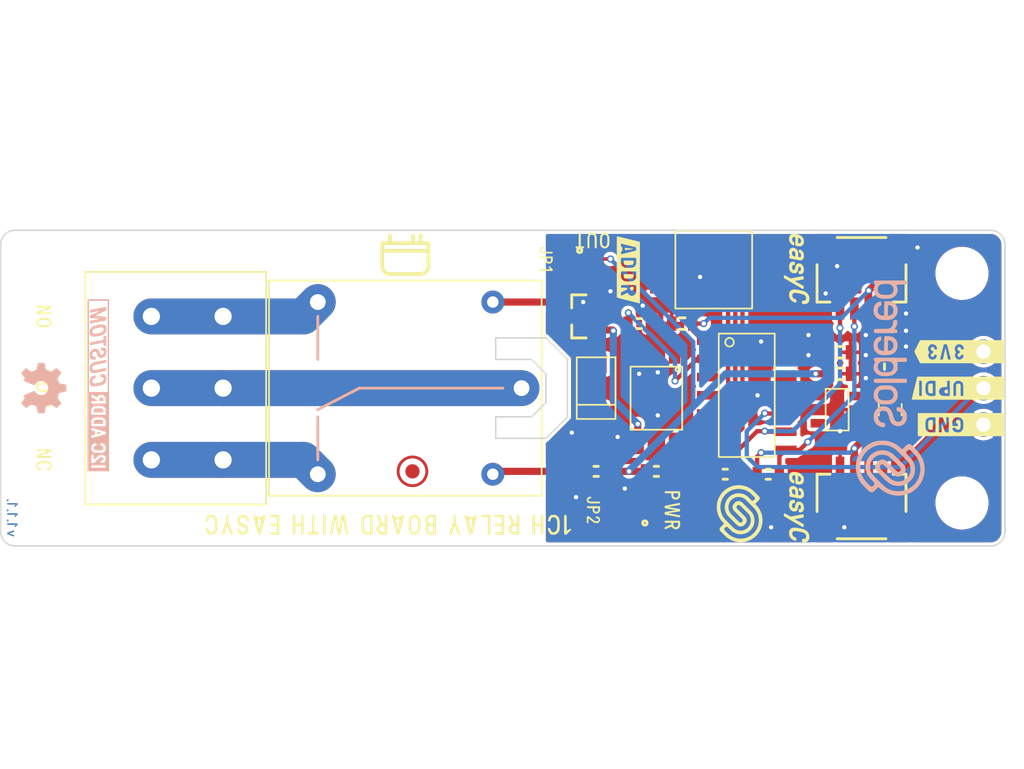
<source format=kicad_pcb>
(kicad_pcb (version 20210623) (generator pcbnew)
  (title_block (title "1CH relay board with easyC") (date "2021-07-13") (rev "V1.1.1.") (company "SOLDERED") (comment 1 "333021"))
  (layers (0 "F.Cu" signal) (31 "B.Cu" signal) (34 "B.Paste" user) (35 "F.Paste" user) (36 "B.SilkS" user "B.Silkscreen") (37 "F.SilkS" user "F.Silkscreen") (38 "B.Mask" user) (39 "F.Mask" user) (44 "Edge.Cuts" user))
  (net 0 "")
  (net 1 "Net-(D1-Pad2)")
  (net 2 "NO")
  (net 3 "COM")
  (net 4 "NC")
  (net 5 "GND")
  (net 6 "Net-(Q1-Pad1)")
  (net 7 "Net-(R1-Pad1)")
  (net 8 "Net-(R3-Pad1)")
  (net 9 "Net-(D2-Pad2)")
  (net 10 "Net-(D2-Pad1)")
  (net 11 "3V3")
  (net 12 "5V")
  (net 13 "SDA")
  (net 14 "SCL")
  (net 15 "UPDI")
  (net 16 "Net-(L1-Pad1)")
  (net 20 "ADD3")
  (net 21 "ADD2")
  (net 22 "ADD1")
  (net 25 "IN1")
  (net 28 "Net-(D3-Pad1)")
  (net 29 "Net-(JP1-Pad1)")
  (net 30 "Net-(JP2-Pad2)")
  (footprint "buzzardLabel" (layer "F.Cu") (at 54.4 90.8 -90)
    (fp_text reference "" (at 0 0 90) (layer "F.SilkS") (effects (font (size 1.27 1.27))))
    (fp_text value "" (at 0 0 90) (layer "F.SilkS") (effects (font (size 1.27 1.27))))
  )
  (footprint "Soldered Graphics:Logo-Front-Soldered-4mm" (layer "F.Cu") (at 102.9 99.55 180)
    (fp_text reference "G***" hide)
    (fp_text value "LOGO" hide)
  )
  (footprint "buzzardLabel" (layer "F.Cu") (at 121.8 88.26 180)
    (fp_text reference "" (at 0 0) (layer "F.SilkS") (effects (font (size 1.27 1.27))))
    (fp_text value "" (at 0 0) (layer "F.SilkS") (effects (font (size 1.27 1.27))))
  )
  (footprint "e-radionica.com footprinti:0603R" (layer "F.Cu") (at 97.1 96.6 180)
    (fp_text reference "R3")
    (fp_text value "330R")
    (pad "1" smd rect locked (at -0.775 0 270) (size 1 0.64) (layers "F.Cu" "F.Paste" "F.Mask") (net 8 "Net-(R3-Pad1)"))
    (pad "2" smd rect locked (at 0.775 0 270) (size 1 0.64) (layers "F.Cu" "F.Paste" "F.Mask") (net 12 "5V"))
  )
  (footprint "e-radionica.com footprinti:PC357_OPTO" (layer "F.Cu") (at 97.1 91.5 -90)
    (fp_text reference "U1")
    (fp_text value "PC357_OPTO")
    (pad "1" smd rect locked (at -3.15 -1.27 270) (size 1.5 0.8) (layers "F.Cu" "F.Paste" "F.Mask") (net 7 "Net-(R1-Pad1)"))
    (pad "2" smd rect locked (at -3.15 1.27 270) (size 1.5 0.8) (layers "F.Cu" "F.Paste" "F.Mask") (net 5 "GND"))
    (pad "3" smd rect locked (at 3.15 1.27 270) (size 1.5 0.8) (layers "F.Cu" "F.Paste" "F.Mask") (net 6 "Net-(Q1-Pad1)"))
    (pad "4" smd rect locked (at 3.15 -1.27 270) (size 1.5 0.8) (layers "F.Cu" "F.Paste" "F.Mask") (net 8 "Net-(R3-Pad1)"))
  )
  (footprint "Soldered Graphics:Logo-Front-easyC-5mm" (layer "F.Cu") (at 106.9 99.1 -90)
    (fp_text reference "G***" hide)
    (fp_text value "LOGO" hide)
  )
  (footprint "e-radionica.com footprinti:tps613222a" (layer "F.Cu") (at 109.7 92.3 180)
    (fp_text reference "U3")
    (fp_text value "TPS613222A")
    (pad "1" smd rect locked (at -1.3 -0.95 180) (size 1.1 0.6) (layers "F.Cu" "F.Paste" "F.Mask") (net 16 "Net-(L1-Pad1)"))
    (pad "2" smd rect locked (at -1.3 0 180) (size 1.1 0.6) (layers "F.Cu" "F.Paste" "F.Mask") (net 5 "GND"))
    (pad "3" smd rect locked (at -1.3 0.95 180) (size 1.1 0.6) (layers "F.Cu" "F.Paste" "F.Mask"))
    (pad "4" smd rect locked (at 1.3 0.95 180) (size 1.1 0.6) (layers "F.Cu" "F.Paste" "F.Mask") (net 12 "5V"))
    (pad "5" smd rect locked (at 1.3 -0.95 180) (size 1.1 0.6) (layers "F.Cu" "F.Paste" "F.Mask"))
  )
  (footprint "e-radionica.com footprinti:HEADER-UPDI" (layer "F.Cu") (at 119.9 90.8 -90)
    (fp_text reference "K4")
    (fp_text value "HEADER-UPDI")
    (pad "1" thru_hole circle locked (at -2.54 0 270) (size 1.7 1.7) (drill 1) (layers *.Cu *.Mask) (net 11 "3V3"))
    (pad "2" thru_hole circle locked (at 0 0 270) (size 1.7 1.7) (drill 1) (layers *.Cu *.Mask) (net 15 "UPDI"))
    (pad "3" thru_hole circle locked (at 2.54 0 270) (size 1.7 1.7) (drill 1) (layers *.Cu *.Mask) (net 5 "GND"))
  )
  (footprint "Soldered Graphics:Symbol-Front-Relay" (layer "F.Cu") (at 79.6 81.5 180)
    (fp_text reference "G***" hide)
    (fp_text value "LOGO" hide)
  )
  (footprint "Soldered Graphics:Logo-Front-easyC-5mm" (layer "F.Cu") (at 106.9 82.5 -90)
    (fp_text reference "G***" hide)
    (fp_text value "LOGO" hide)
  )
  (footprint "e-radionica.com footprinti:HOLE_3.2mm" (layer "F.Cu") (at 54.4 98.8 -90)
    (fp_text reference "H1" hide)
    (fp_text value "HOLE_3.2mm" hide)
    (pad "" np_thru_hole circle locked (at 0 0 270) (size 3.2 3.2) (drill 3.2) (layers F&B.Cu *.Mask))
  )
  (footprint "e-radionica.com footprinti:0806L" (layer "F.Cu") (at 113.4 92.3 90)
    (fp_text reference "L1")
    (fp_text value "DFE201612E-2R2M=P2")
    (pad "1" smd rect locked (at -0.8 0 90) (size 0.8 1.8) (layers "F.Cu" "F.Paste" "F.Mask") (net 16 "Net-(L1-Pad1)"))
    (pad "2" smd rect locked (at 0.8 0 90) (size 0.8 1.8) (layers "F.Cu" "F.Paste" "F.Mask") (net 11 "3V3"))
  )
  (footprint "e-radionica.com footprinti:easyC-connector" (layer "F.Cu") (at 111.4 83.1)
    (fp_text reference "K5")
    (fp_text value "easyC-SMD")
    (pad "1" smd rect locked (at -1.5 2.15) (size 0.6 1.55) (layers "F.Cu" "F.Paste" "F.Mask") (net 14 "SCL"))
    (pad "2" smd rect locked (at -0.5 2.15) (size 0.6 1.55) (layers "F.Cu" "F.Paste" "F.Mask") (net 13 "SDA"))
    (pad "3" smd rect locked (at 0.5 2.15) (size 0.6 1.55) (layers "F.Cu" "F.Paste" "F.Mask") (net 11 "3V3"))
    (pad "4" smd rect locked (at 1.5 2.15) (size 0.6 1.55) (layers "F.Cu" "F.Paste" "F.Mask") (net 5 "GND"))
    (pad "5" smd rect locked (at 2.6 -2.15) (size 1.2 1.8) (layers "F.Cu" "F.Paste" "F.Mask") (net 5 "GND"))
    (pad "5" smd rect locked (at -2.6 -2.15) (size 1.2 1.8) (layers "F.Cu" "F.Paste" "F.Mask") (net 5 "GND"))
  )
  (footprint "buzzardLabel" (layer "F.Cu") (at 121.8 93.34 180)
    (fp_text reference "" (at 0 0) (layer "F.SilkS") (effects (font (size 1.27 1.27))))
    (fp_text value "" (at 0 0) (layer "F.SilkS") (effects (font (size 1.27 1.27))))
  )
  (footprint "buzzardLabel" (layer "F.Cu") (at 89.4 81.8 -90)
    (fp_text reference "" (at 0 0 90) (layer "F.SilkS") (effects (font (size 1.27 1.27))))
    (fp_text value "" (at 0 0 90) (layer "F.SilkS") (effects (font (size 1.27 1.27))))
  )
  (footprint "buzzardLabel" (layer "F.Cu") (at 98.2 99.3 -90)
    (fp_text reference "" (at 0 0 90) (layer "F.SilkS") (effects (font (size 1.27 1.27))))
    (fp_text value "" (at 0 0 90) (layer "F.SilkS") (effects (font (size 1.27 1.27))))
  )
  (footprint "e-radionica.com footprinti:SMD-JUMPER-CONNECTED_TRACE_SLODERMASK" (layer "F.Cu") (at 93.7 99.3 -90)
    (fp_text reference "JP2")
    (fp_text value "SMD-JUMPER-CONNECTED_TRACE_SLODERMASK")
    (fp_poly (pts (xy 0.1 0.1) (xy -0.1 0.1) (xy -0.1 -0.1) (xy 0.1 -0.1)) (layer "F.Cu") (width 0.1) (fill solid))
    (pad "1" smd rect (at -0.35 0 270) (size 0.5 1) (layers "F.Cu" "F.Mask") (net 12 "5V"))
    (pad "2" smd rect (at 0.35 0 270) (size 0.5 1) (layers "F.Cu" "F.Mask") (net 30 "Net-(JP2-Pad2)"))
  )
  (footprint "buzzardLabel" (layer "F.Cu") (at 92.65 80.5 180)
    (fp_text reference "" (at 0 0) (layer "F.SilkS") (effects (font (size 1.27 1.27))))
    (fp_text value "" (at 0 0) (layer "F.SilkS") (effects (font (size 1.27 1.27))))
  )
  (footprint "buzzardLabel" (layer "F.Cu") (at 78.4 100.3 180)
    (fp_text reference "" (at 0 0) (layer "F.SilkS") (effects (font (size 1.27 1.27))))
    (fp_text value "" (at 0 0) (layer "F.SilkS") (effects (font (size 1.27 1.27))))
  )
  (footprint "e-radionica.com footprinti:0603R" (layer "F.Cu") (at 95.9 86.3 180)
    (fp_text reference "R1")
    (fp_text value "100R")
    (pad "1" smd rect locked (at -0.775 0 270) (size 1 0.64) (layers "F.Cu" "F.Paste" "F.Mask") (net 7 "Net-(R1-Pad1)"))
    (pad "2" smd rect locked (at 0.775 0 270) (size 1 0.64) (layers "F.Cu" "F.Paste" "F.Mask") (net 25 "IN1"))
  )
  (footprint "e-radionica.com footprinti:HOLE_3.2mm" (layer "F.Cu") (at 54.4 82.8 -90)
    (fp_text reference "H2" hide)
    (fp_text value "HOLE_3.2mm" hide)
    (pad "" np_thru_hole circle locked (at 0 0 270) (size 3.2 3.2) (drill 3.2) (layers F&B.Cu *.Mask))
  )
  (footprint "e-radionica.com footprinti:SMD-JUMPER-CONNECTED_TRACE_SLODERMASK" (layer "F.Cu") (at 90.4 81.8 -90)
    (fp_text reference "JP1")
    (fp_text value "SMD-JUMPER-CONNECTED_TRACE_SLODERMASK")
    (fp_poly (pts (xy 0.1 0.1) (xy -0.1 0.1) (xy -0.1 -0.1) (xy 0.1 -0.1)) (layer "F.Cu") (width 0.1) (fill solid))
    (pad "1" smd rect (at -0.35 0 270) (size 0.5 1) (layers "F.Cu" "F.Mask") (net 29 "Net-(JP1-Pad1)"))
    (pad "2" smd rect (at 0.35 0 270) (size 0.5 1) (layers "F.Cu" "F.Mask") (net 10 "Net-(D2-Pad1)"))
  )
  (footprint "e-radionica.com footprinti:M4_DIODA" (layer "F.Cu") (at 92.9 90.8 -90)
    (fp_text reference "D2")
    (fp_text value "M4_DIODA")
    (pad "1" smd rect (at -1.69 0 270) (size 1.27 1.47) (layers "F.Cu" "F.Paste" "F.Mask") (net 10 "Net-(D2-Pad1)"))
    (pad "2" smd rect (at 1.69 0 270) (size 1.27 1.47) (layers "F.Cu" "F.Paste" "F.Mask") (net 9 "Net-(D2-Pad2)"))
  )
  (footprint "e-radionica.com footprinti:0603C" (layer "F.Cu") (at 113.4 89.3 -90)
    (fp_text reference "C4")
    (fp_text value "C1608X7S1A475K080AC")
    (pad "1" smd rect locked (at -0.73 0 270) (size 0.66 1) (layers "F.Cu" "F.Paste" "F.Mask") (net 5 "GND"))
    (pad "2" smd rect locked (at 0.73 0 270) (size 0.66 1) (layers "F.Cu" "F.Paste" "F.Mask") (net 11 "3V3"))
  )
  (footprint "buzzardLabel" (layer "F.Cu") (at 95.15 82.55 -90)
    (fp_text reference "" (at 0 0 90) (layer "F.SilkS") (effects (font (size 1.27 1.27))))
    (fp_text value "" (at 0 0 90) (layer "F.SilkS") (effects (font (size 1.27 1.27))))
  )
  (footprint "buzzardLabel" (layer "F.Cu") (at 54.4 95.8 -90)
    (fp_text reference "" (at 0 0 90) (layer "F.SilkS") (effects (font (size 1.27 1.27))))
    (fp_text value "" (at 0 0 90) (layer "F.SilkS") (effects (font (size 1.27 1.27))))
  )
  (footprint "e-radionica.com footprinti:0603R" (layer "F.Cu") (at 101.9 96.8)
    (fp_text reference "R6")
    (fp_text value "10k")
    (pad "1" smd rect locked (at -0.775 0 90) (size 1 0.64) (layers "F.Cu" "F.Paste" "F.Mask") (net 14 "SCL"))
    (pad "2" smd rect locked (at 0.775 0 90) (size 1 0.64) (layers "F.Cu" "F.Paste" "F.Mask") (net 11 "3V3"))
  )
  (footprint "buzzardLabel" (layer "F.Cu") (at 92.7 99.3 -90)
    (fp_text reference "" (at 0 0 90) (layer "F.SilkS") (effects (font (size 1.27 1.27))))
    (fp_text value "" (at 0 0 90) (layer "F.SilkS") (effects (font (size 1.27 1.27))))
  )
  (footprint "Soldered Graphics:Logo-Back-SolderedFULL-15mm" (layer "F.Cu") (at 113.4 90.8 -90)
    (fp_text reference "REF**" hide)
    (fp_text value "Logo-Front-SolderedFULL-15mm" hide)
  )
  (footprint "e-radionica.com footprinti:0402LED" (layer "F.Cu") (at 96.9 99.3 -90)
    (fp_text reference "D3")
    (fp_text value "purple")
    (pad "1" smd rect locked (at -0.55 0) (size 0.75 0.45) (layers "F.Cu" "F.Paste" "F.Mask") (net 28 "Net-(D3-Pad1)"))
    (pad "2" smd rect locked (at 0.55 0) (size 0.75 0.45) (layers "F.Cu" "F.Paste" "F.Mask") (net 5 "GND"))
  )
  (footprint "Soldered Graphics:Logo-Back-OSH-3.5mm" (layer "F.Cu") (at 54.4 90.8 -90)
    (fp_text reference "G***" hide)
    (fp_text value "LOGO" hide)
  )
  (footprint "buzzardLabel" (layer "F.Cu") (at 121.8 90.8 180)
    (fp_text reference "" (at 0 0) (layer "F.SilkS") (effects (font (size 1.27 1.27))))
    (fp_text value "" (at 0 0) (layer "F.SilkS") (effects (font (size 1.27 1.27))))
  )
  (footprint "e-radionica.com footprinti:0603R" (layer "F.Cu") (at 104.9 96.8 180)
    (fp_text reference "R5")
    (fp_text value "10k")
    (pad "1" smd rect locked (at -0.775 0 270) (size 1 0.64) (layers "F.Cu" "F.Paste" "F.Mask") (net 13 "SDA"))
    (pad "2" smd rect locked (at 0.775 0 270) (size 1 0.64) (layers "F.Cu" "F.Paste" "F.Mask") (net 11 "3V3"))
  )
  (footprint "e-radionica.com footprinti:0603R" (layer "F.Cu") (at 92.9 96.6)
    (fp_text reference "R4")
    (fp_text value "10R")
    (pad "1" smd rect locked (at -0.775 0 90) (size 1 0.64) (layers "F.Cu" "F.Paste" "F.Mask") (net 9 "Net-(D2-Pad2)"))
    (pad "2" smd rect locked (at 0.775 0 90) (size 1 0.64) (layers "F.Cu" "F.Paste" "F.Mask") (net 12 "5V"))
  )
  (footprint "e-radionica.com footprinti:easyC-connector" (layer "F.Cu") (at 111.4 98.5 180)
    (fp_text reference "K2")
    (fp_text value "easyC-SMD")
    (pad "1" smd rect locked (at -1.5 2.15 180) (size 0.6 1.55) (layers "F.Cu" "F.Paste" "F.Mask") (net 14 "SCL"))
    (pad "2" smd rect locked (at -0.5 2.15 180) (size 0.6 1.55) (layers "F.Cu" "F.Paste" "F.Mask") (net 13 "SDA"))
    (pad "3" smd rect locked (at 0.5 2.15 180) (size 0.6 1.55) (layers "F.Cu" "F.Paste" "F.Mask") (net 11 "3V3"))
    (pad "4" smd rect locked (at 1.5 2.15 180) (size 0.6 1.55) (layers "F.Cu" "F.Paste" "F.Mask") (net 5 "GND"))
    (pad "5" smd rect locked (at -2.6 -2.15 180) (size 1.2 1.8) (layers "F.Cu" "F.Paste" "F.Mask") (net 5 "GND"))
    (pad "5" smd rect locked (at 2.6 -2.15 180) (size 1.2 1.8) (layers "F.Cu" "F.Paste" "F.Mask") (net 5 "GND"))
  )
  (footprint "e-radionica.com footprinti:HOLE_3.2mm" (layer "F.Cu") (at 118.4 98.8 -90)
    (fp_text reference "H3" hide)
    (fp_text value "HOLE_3.2mm" hide)
    (pad "" np_thru_hole circle locked (at 0 0 270) (size 3.2 3.2) (drill 3.2) (layers F&B.Cu *.Mask))
  )
  (footprint "e-radionica.com footprinti:0603C" (layer "F.Cu") (at 109.9 88.3 180)
    (fp_text reference "C2")
    (fp_text value "CL10A226MPCNUBE")
    (pad "1" smd rect locked (at -0.73 0 180) (size 0.66 1) (layers "F.Cu" "F.Paste" "F.Mask") (net 5 "GND"))
    (pad "2" smd rect locked (at 0.73 0 180) (size 0.66 1) (layers "F.Cu" "F.Paste" "F.Mask") (net 12 "5V"))
  )
  (footprint "e-radionica.com footprinti:0402R" (layer "F.Cu") (at 92.65 83.3)
    (fp_text reference "R2")
    (fp_text value "2k2")
    (pad "1" smd rect locked (at -0.5 0 90) (size 0.64 0.54) (layers "F.Cu" "F.Paste" "F.Mask") (net 29 "Net-(JP1-Pad1)"))
    (pad "2" smd rect locked (at 0.5 0 90) (size 0.64 0.54) (layers "F.Cu" "F.Paste" "F.Mask") (net 1 "Net-(D1-Pad2)"))
  )
  (footprint "e-radionica.com footprinti:SRD_RELAY_5V" (layer "F.Cu") (at 79.6 90.8)
    (fp_text reference "K1")
    (fp_text value "SRD-05VDC-SL-C")
    (pad "1" thru_hole circle (at 6.1 6) (size 1.6 1.6) (drill 0.8) (layers *.Cu *.Mask) (net 9 "Net-(D2-Pad2)"))
    (pad "2" thru_hole circle (at 6.1 -6) (size 1.6 1.6) (drill 0.8) (layers *.Cu *.Mask) (net 10 "Net-(D2-Pad1)"))
    (pad "3" thru_hole circle (at -6.1 -6) (size 2 2) (drill 1.1) (layers *.Cu *.Mask) (net 2 "NO"))
    (pad "4" thru_hole circle (at 8.1 0) (size 2 2) (drill 1.1) (layers *.Cu *.Mask) (net 3 "COM"))
    (pad "5" thru_hole circle (at -6.1 6) (size 2 2) (drill 1.1) (layers *.Cu *.Mask) (net 4 "NC"))
  )
  (footprint "e-radionica.com footprinti:FIDUCIAL_23" (layer "F.Cu") (at 80.1 96.6 -90)
    (fp_text reference "FD1")
    (fp_text value "FIDUCIAL")
    (fp_circle (center 0 0) (end 1 0) (layer "F.Cu") (width 0.2) (fill none))
    (pad "1" smd circle (at 0 0 270) (size 1 1) (layers "F.Cu" "F.Paste" "F.Mask") (clearance 1.1))
  )
  (footprint "e-radionica.com footprinti:0603C" (layer "F.Cu") (at 109.9 89.8 180)
    (fp_text reference "C3")
    (fp_text value "CL10A226MPCNUBE")
    (pad "1" smd rect locked (at -0.73 0 180) (size 0.66 1) (layers "F.Cu" "F.Paste" "F.Mask") (net 5 "GND"))
    (pad "2" smd rect locked (at 0.73 0 180) (size 0.66 1) (layers "F.Cu" "F.Paste" "F.Mask") (net 12 "5V"))
  )
  (footprint "e-radionica.com footprinti:DSHP03TS-S" (layer "F.Cu") (at 101.1 82.55 180)
    (fp_text reference "K6")
    (fp_text value "DSHP03TS-S")
    (pad "1" smd rect locked (at -3.81 -1.27 270) (size 0.76 1.27) (layers "F.Cu" "F.Paste" "F.Mask") (net 22 "ADD1"))
    (pad "2" smd rect locked (at 3.81 -1.27 270) (size 0.76 1.27) (layers "F.Cu" "F.Paste" "F.Mask") (net 5 "GND"))
    (pad "3" smd rect locked (at -3.81 0 270) (size 0.76 1.27) (layers "F.Cu" "F.Paste" "F.Mask") (net 21 "ADD2"))
    (pad "4" smd rect locked (at 3.81 0 270) (size 0.76 1.27) (layers "F.Cu" "F.Paste" "F.Mask") (net 5 "GND"))
    (pad "5" smd rect locked (at -3.81 1.27 270) (size 0.76 1.27) (layers "F.Cu" "F.Paste" "F.Mask") (net 20 "ADD3"))
    (pad "6" smd rect locked (at 3.81 1.27 270) (size 0.76 1.27) (layers "F.Cu" "F.Paste" "F.Mask") (net 5 "GND"))
  )
  (footprint "e-radionica.com footprinti:0402LED" (layer "F.Cu") (at 92.65 81.8 180)
    (fp_text reference "D1")
    (fp_text value "blue")
    (pad "1" smd rect locked (at -0.55 0 270) (size 0.75 0.45) (layers "F.Cu" "F.Paste" "F.Mask") (net 12 "5V"))
    (pad "2" smd rect locked (at 0.55 0 270) (size 0.75 0.45) (layers "F.Cu" "F.Paste" "F.Mask") (net 1 "Net-(D1-Pad2)"))
  )
  (footprint "buzzardLabel" (layer "F.Cu") (at 54.4 85.8 -90)
    (fp_text reference "" (at 0 0 90) (layer "F.SilkS") (effects (font (size 1.27 1.27))))
    (fp_text value "" (at 0 0 90) (layer "F.SilkS") (effects (font (size 1.27 1.27))))
  )
  (footprint "e-radionica.com footprinti:0603C" (layer "F.Cu") (at 98.9 86.3 180)
    (fp_text reference "C1")
    (fp_text value "0.1uF")
    (pad "1" smd rect locked (at -0.73 0 180) (size 0.66 1) (layers "F.Cu" "F.Paste" "F.Mask") (net 11 "3V3"))
    (pad "2" smd rect locked (at 0.73 0 180) (size 0.66 1) (layers "F.Cu" "F.Paste" "F.Mask") (net 5 "GND"))
  )
  (footprint "e-radionica.com footprinti:0402R" (layer "F.Cu") (at 95.4 99.3 90)
    (fp_text reference "R7")
    (fp_text value "2k2")
    (pad "1" smd rect locked (at -0.5 0 180) (size 0.64 0.54) (layers "F.Cu" "F.Paste" "F.Mask") (net 30 "Net-(JP2-Pad2)"))
    (pad "2" smd rect locked (at 0.5 0 180) (size 0.64 0.54) (layers "F.Cu" "F.Paste" "F.Mask") (net 28 "Net-(D3-Pad1)"))
  )
  (footprint "e-radionica.com footprinti:HOLE_3.2mm" (layer "F.Cu") (at 118.4 82.8 -90)
    (fp_text reference "H4" hide)
    (fp_text value "HOLE_3.2mm" hide)
    (pad "" np_thru_hole circle locked (at 0 0 270) (size 3.2 3.2) (drill 3.2) (layers F&B.Cu *.Mask))
  )
  (footprint "e-radionica.com footprinti:SOT-23-3" (layer "F.Cu") (at 91.9 85.8 180)
    (fp_text reference "Q1")
    (fp_text value "NPN-SOT-23-3")
    (pad "1" smd rect locked (at -1.2 -0.95 270) (size 0.6 1) (layers "F.Cu" "F.Paste" "F.Mask") (net 6 "Net-(Q1-Pad1)"))
    (pad "2" smd rect locked (at -1.2 0.95 270) (size 0.6 1) (layers "F.Cu" "F.Paste" "F.Mask") (net 5 "GND"))
    (pad "3" smd rect locked (at 1.2 0 270) (size 0.6 1) (layers "F.Cu" "F.Paste" "F.Mask") (net 10 "Net-(D2-Pad1)"))
  )
  (footprint "e-radionica.com footprinti:TERMINAL_KF235-5.0-3P" (layer "F.Cu") (at 64.4 90.8 -90)
    (fp_text reference "K3")
    (fp_text value "TERMINAL_KF235-5.0-3P")
    (pad "1" thru_hole circle (at 5 -2.5 270) (size 2 2) (drill 1.2) (layers *.Cu *.Mask) (net 4 "NC"))
    (pad "1" thru_hole circle (at 5 2.5 270) (size 2 2) (drill 1.2) (layers *.Cu *.Mask) (net 4 "NC"))
    (pad "2" thru_hole circle (at 0 -2.5 270) (size 2 2) (drill 1.2) (layers *.Cu *.Mask) (net 3 "COM"))
    (pad "2" thru_hole circle (at 0 2.5 270) (size 2 2) (drill 1.2) (layers *.Cu *.Mask) (net 3 "COM"))
    (pad "3" thru_hole circle (at -5 -2.5 270) (size 2 2) (drill 1.2) (layers *.Cu *.Mask) (net 2 "NO"))
    (pad "3" thru_hole circle (at -5 2.5 270) (size 2 2) (drill 1.2) (layers *.Cu *.Mask) (net 2 "NO"))
  )
  (footprint "e-radionica.com footprinti:SOIC-14" (layer "F.Cu") (at 103.4 91.3)
    (fp_text reference "U2")
    (fp_text value "ATTINY404-SSNR")
    (pad "1" smd rect locked (at -2.7 -3.81) (size 1.55 0.6) (layers "F.Cu" "F.Paste" "F.Mask") (net 11 "3V3"))
    (pad "2" smd rect locked (at -2.7 -2.54) (size 1.55 0.6) (layers "F.Cu" "F.Paste" "F.Mask") (net 25 "IN1"))
    (pad "3" smd rect locked (at -2.7 -1.27) (size 1.55 0.6) (layers "F.Cu" "F.Paste" "F.Mask"))
    (pad "4" smd rect locked (at -2.7 0) (size 1.55 0.6) (layers "F.Cu" "F.Paste" "F.Mask"))
    (pad "5" smd rect locked (at -2.7 1.27) (size 1.55 0.6) (layers "F.Cu" "F.Paste" "F.Mask") (net 20 "ADD3"))
    (pad "6" smd rect locked (at -2.7 2.54) (size 1.55 0.6) (layers "F.Cu" "F.Paste" "F.Mask") (net 21 "ADD2"))
    (pad "7" smd rect locked (at -2.7 3.81) (size 1.55 0.6) (layers "F.Cu" "F.Paste" "F.Mask") (net 22 "ADD1"))
    (pad "8" smd rect locked (at 2.7 3.81) (size 1.55 0.6) (layers "F.Cu" "F.Paste" "F.Mask") (net 13 "SDA"))
    (pad "9" smd rect locked (at 2.7 2.54) (size 1.55 0.6) (layers "F.Cu" "F.Paste" "F.Mask") (net 14 "SCL"))
    (pad "10" smd rect locked (at 2.7 1.27) (size 1.55 0.6) (layers "F.Cu" "F.Paste" "F.Mask") (net 15 "UPDI"))
    (pad "11" smd rect locked (at 2.7 0) (size 1.55 0.6) (layers "F.Cu" "F.Paste" "F.Mask"))
    (pad "12" smd rect locked (at 2.7 -1.27) (size 1.55 0.6) (layers "F.Cu" "F.Paste" "F.Mask"))
    (pad "13" smd rect locked (at 2.7 -2.54) (size 1.55 0.6) (layers "F.Cu" "F.Paste" "F.Mask"))
    (pad "14" smd rect locked (at 2.7 -3.81) (size 1.55 0.6) (layers "F.Cu" "F.Paste" "F.Mask") (net 5 "GND"))
  )
  (footprint "Soldered Graphics:Version1.1.1." (layer "B.Cu") (at 52.2 99.8 90)
    (fp_text reference "REF**" hide)
    (fp_text value "Version1.1.1." hide)
    (fp_poly (pts (xy 0.21 -0.35) (xy 0.26 -0.35) (xy 0.28 -0.31) (xy 0.28 0.35) (xy 0.24 0.38) (xy 0.19 0.38) (xy 0.15 0.34) (xy 0.04 0.22) (xy 0.02 0.17) (xy 0.05 0.16) (xy 0.14 0.22) (xy 0.18 0.23) (xy 0.18 -0.31) (xy 0.21 -0.35)) (layer "B.Cu") (width 0.01) (fill solid))
    (fp_poly (pts (xy 0.91 -0.35) (xy 0.96 -0.35) (xy 0.98 -0.31) (xy 0.98 0.35) (xy 0.95 0.38) (xy 0.89 0.38) (xy 0.86 0.34) (xy 0.74 0.22) (xy 0.73 0.17) (xy 0.76 0.16) (xy 0.85 0.22) (xy 0.89 0.23) (xy 0.89 -0.31) (xy 0.91 -0.35)) (layer "B.Cu") (width 0.01) (fill solid))
    (fp_poly (pts (xy -0.5 -0.35) (xy -0.44 -0.35) (xy -0.43 -0.31) (xy -0.43 0.35) (xy -0.46 0.38) (xy -0.52 0.38) (xy -0.55 0.34) (xy -0.67 0.22) (xy -0.68 0.17) (xy -0.65 0.16) (xy -0.56 0.22) (xy -0.52 0.23) (xy -0.52 -0.31) (xy -0.5 -0.35)) (layer "B.Cu") (width 0.01) (fill solid))
    (fp_poly (pts (xy 1.14 -0.38) (xy 1.19 -0.38) (xy 1.24 -0.37) (xy 1.25 -0.33) (xy 1.25 -0.27) (xy 1.2 -0.26) (xy 1.15 -0.26) (xy 1.12 -0.29) (xy 1.12 -0.34) (xy 1.14 -0.38)) (layer "B.Cu") (width 0.01) (fill solid))
    (fp_poly (pts (xy -1.15 -0.35) (xy -1.1 -0.35) (xy -1.07 -0.31) (xy -0.92 0.1) (xy -0.94 0.13) (xy -0.99 0.13) (xy -1.02 0.1) (xy -1.11 -0.16) (xy -1.13 -0.21) (xy -1.15 -0.17) (xy -1.24 0.09) (xy -1.26 0.13) (xy -1.32 0.13) (xy -1.34 0.1) (xy -1.18 -0.31) (xy -1.15 -0.35)) (layer "B.Cu") (width 0.01) (fill solid))
    (fp_poly (pts (xy 0.43 -0.38) (xy 0.48 -0.38) (xy 0.54 -0.37) (xy 0.54 -0.33) (xy 0.54 -0.27) (xy 0.5 -0.26) (xy 0.45 -0.26) (xy 0.42 -0.29) (xy 0.42 -0.34) (xy 0.43 -0.38)) (layer "B.Cu") (width 0.01) (fill solid))
    (fp_poly (pts (xy -0.27 -0.38) (xy -0.22 -0.38) (xy -0.17 -0.37) (xy -0.16 -0.33) (xy -0.16 -0.27) (xy -0.21 -0.26) (xy -0.26 -0.26) (xy -0.29 -0.29) (xy -0.29 -0.34) (xy -0.27 -0.38)) (layer "B.Cu") (width 0.01) (fill solid))
  )
  (footprint "Soldered Graphics:Symbol-Front_I2C_ADDR_CUSTOM" (layer "B.Cu") (at 58.2 90.6 90)
    (fp_text reference "REF**" hide)
    (fp_text value "Symbol-Front_I2C_ADDR_CUSTOM" hide)
  )
  (gr_line (start 73.5 95.8) (end 73.5 92.8) (layer "B.SilkS") (width 0.2))
  (gr_line (start 73.5 85.8) (end 73.5 88.8) (layer "B.SilkS") (width 0.2))
  (gr_line (start 76.4 90.8) (end 73.5 92.3) (layer "B.SilkS") (width 0.2))
  (gr_line (start 86.4 90.8) (end 76.4 90.8) (layer "B.SilkS") (width 0.2))
  (gr_line (start 85.9 92.8) (end 88.4 92.8) (layer "Edge.Cuts") (width 0.1))
  (gr_line (start 89.4 87.3) (end 90.9 88.8) (layer "Edge.Cuts") (width 0.1))
  (gr_line (start 85.9 94.3) (end 85.9 92.8) (layer "Edge.Cuts") (width 0.1))
  (gr_line (start 88.4 88.8) (end 85.9 88.8) (layer "Edge.Cuts") (width 0.1))
  (gr_arc (start 52.4 80.8) (end 51.4 80.8) (angle 90) (layer "Edge.Cuts") (width 0.1))
  (gr_line (start 89.4 94.3) (end 85.9 94.3) (layer "Edge.Cuts") (width 0.1))
  (gr_line (start 120.4 101.8) (end 52.4 101.8) (layer "Edge.Cuts") (width 0.1))
  (gr_line (start 51.4 100.8) (end 51.4 80.8) (layer "Edge.Cuts") (width 0.1))
  (gr_line (start 89.4 91.8) (end 89.4 89.8) (layer "Edge.Cuts") (width 0.1))
  (gr_line (start 85.9 88.8) (end 85.9 87.3) (layer "Edge.Cuts") (width 0.1))
  (gr_line (start 52.4 79.8) (end 120.4 79.8) (layer "Edge.Cuts") (width 0.1))
  (gr_arc (start 120.400003 100.8) (end 121.4 100.8) (angle 90) (layer "Edge.Cuts") (width 0.1))
  (gr_arc (start 120.4 80.799997) (end 121.4 80.8) (angle -90) (layer "Edge.Cuts") (width 0.1))
  (gr_line (start 85.9 87.3) (end 89.4 87.3) (layer "Edge.Cuts") (width 0.1))
  (gr_line (start 88.4 92.8) (end 89.4 91.8) (layer "Edge.Cuts") (width 0.1))
  (gr_line (start 89.4 89.8) (end 88.4 88.8) (layer "Edge.Cuts") (width 0.1))
  (gr_line (start 121.4 80.8) (end 121.4 100.8) (layer "Edge.Cuts") (width 0.1))
  (gr_line (start 90.9 88.8) (end 90.9 92.8) (layer "Edge.Cuts") (width 0.1))
  (gr_arc (start 52.4 100.8) (end 51.4 100.8) (angle -90) (layer "Edge.Cuts") (width 0.1))
  (gr_line (start 90.9 92.8) (end 89.4 94.3) (layer "Edge.Cuts") (width 0.1))
  (segment (start 92.1 82.1) (end 93.15 83.15) (width 0.25) (layer "F.Cu") (net 1))
  (segment (start 92.1 81.8) (end 92.1 82.1) (width 0.25) (layer "F.Cu") (net 1))
  (segment (start 93.15 83.15) (end 93.15 83.3) (width 0.25) (layer "F.Cu") (net 1))
  (segment (start 66.9 85.8) (end 72.5 85.8) (width 2.5) (layer "F.Cu") (net 2))
  (segment (start 72.5 85.8) (end 73.5 84.8) (width 2.5) (layer "F.Cu") (net 2))
  (segment (start 61.9 85.8) (end 66.9 85.8) (width 2.5) (layer "F.Cu") (net 2))
  (segment (start 61.9 85.8) (end 66.9 85.8) (width 2.5) (layer "B.Cu") (net 2))
  (segment (start 66.9 85.8) (end 72.5 85.8) (width 2.5) (layer "B.Cu") (net 2))
  (segment (start 72.5 85.8) (end 73.5 84.8) (width 2.5) (layer "B.Cu") (net 2))
  (segment (start 61.9 90.8) (end 66.9 90.8) (width 2.5) (layer "F.Cu") (net 3))
  (segment (start 66.9 90.8) (end 87.7 90.8) (width 2.5) (layer "F.Cu") (net 3))
  (segment (start 66.9 90.8) (end 61.9 90.8) (width 2.5) (layer "B.Cu") (net 3))
  (segment (start 66.9 90.8) (end 87.7 90.8) (width 2.5) (layer "B.Cu") (net 3))
  (segment (start 66.9 95.8) (end 72.5 95.8) (width 2.5) (layer "F.Cu") (net 4))
  (segment (start 61.9 95.8) (end 66.9 95.8) (width 2.5) (layer "F.Cu") (net 4))
  (segment (start 72.5 95.8) (end 73.5 96.8) (width 2.5) (layer "F.Cu") (net 4))
  (segment (start 66.9 95.8) (end 72.5 95.8) (width 2.5) (layer "B.Cu") (net 4))
  (segment (start 61.9 95.8) (end 66.9 95.8) (width 2.5) (layer "B.Cu") (net 4))
  (segment (start 72.5 95.8) (end 73.5 96.8) (width 2.5) (layer "B.Cu") (net 4))
  (via (at 95.9 89.8) (size 0.5) (drill 0.3) (layers "F.Cu" "B.Cu") (net 5))
  (via (at 92 84.8) (size 0.5) (drill 0.3) (layers "F.Cu" "B.Cu") (net 5))
  (via (at 104.15 91.3) (size 0.5) (drill 0.3) (layers "F.Cu" "B.Cu") (net 5))
  (via (at 109.9 93.8) (size 0.5) (drill 0.3) (layers "F.Cu" "B.Cu") (net 5))
  (via (at 93.9 84.05) (size 0.5) (drill 0.3) (layers "F.Cu" "B.Cu") (net 5))
  (via (at 96.15 85.05) (size 0.5) (drill 0.3) (layers "F.Cu" "B.Cu") (net 5))
  (via (at 104.4 87.55) (size 0.5) (drill 0.3) (layers "F.Cu" "B.Cu") (net 5))
  (via (at 100.15 83.05) (size 0.5) (drill 0.3) (layers "F.Cu" "B.Cu") (net 5))
  (via (at 108.9 84.2) (size 0.5) (drill 0.3) (layers "F.Cu" "B.Cu") (net 5))
  (via (at 114.5 86.8) (size 0.5) (drill 0.3) (layers "F.Cu" "B.Cu") (net 5))
  (via (at 91.5 98.4) (size 0.5) (drill 0.3) (layers "F.Cu" "B.Cu") (net 5))
  (via (at 114.5 85.6) (size 0.5) (drill 0.3) (layers "F.Cu" "B.Cu") (net 5))
  (via (at 105.1 100.5) (size 0.5) (drill 0.3) (layers "F.Cu" "B.Cu") (net 5))
  (via (at 107.7 87.1) (size 0.5) (drill 0.3) (layers "F.Cu" "B.Cu") (net 5))
  (via (at 114.5 87.9) (size 0.5) (drill 0.3) (layers "F.Cu" "B.Cu") (net 5))
  (via (at 111.7 90.1) (size 0.5) (drill 0.3) (layers "F.Cu" "B.Cu") (net 5))
  (via (at 111.7 87.1) (size 0.5) (drill 0.3) (layers "F.Cu" "B.Cu") (net 5))
  (via (at 109.7 82.3) (size 0.5) (drill 0.3) (layers "F.Cu" "B.Cu") (net 5))
  (via (at 91.2 93.9) (size 0.5) (drill 0.3) (layers "F.Cu" "B.Cu") (net 5))
  (via (at 94.9 97.8) (size 0.5) (drill 0.3) (layers "F.Cu" "B.Cu") (net 5))
  (via (at 107.7 88.5) (size 0.5) (drill 0.3) (layers "F.Cu" "B.Cu") (net 5))
  (via (at 94.4 94.2) (size 0.5) (drill 0.3) (layers "F.Cu" "B.Cu") (net 5))
  (via (at 97.2 92.7) (size 0.5) (drill 0.3) (layers "F.Cu" "B.Cu") (net 5))
  (via (at 115.3 81) (size 0.5) (drill 0.3) (layers "F.Cu" "B.Cu") (net 5))
  (via (at 97.2 89.7) (size 0.5) (drill 0.3) (layers "F.Cu" "B.Cu") (net 5))
  (via (at 111.7 88.5) (size 0.5) (drill 0.3) (layers "F.Cu" "B.Cu") (net 5))
  (via (at 110.2 100.5) (size 0.5) (drill 0.3) (layers "F.Cu" "B.Cu") (net 5))
  (segment (start 94.1 86.8) (end 94.05 86.75) (width 0.5) (layer "F.Cu") (net 6))
  (segment (start 94.05 86.75) (end 93.1 86.75) (width 0.5) (layer "F.Cu") (net 6))
  (segment (start 95.8 94.62) (end 95.83 94.65) (width 0.5) (layer "F.Cu") (net 6))
  (segment (start 95.8 93.3) (end 95.8 94.62) (width 0.5) (layer "F.Cu") (net 6))
  (via (at 95.8 93.3) (size 0.5) (drill 0.3) (layers "F.Cu" "B.Cu") (net 6))
  (via (at 94.1 86.8) (size 0.5) (drill 0.3) (layers "F.Cu" "B.Cu") (net 6))
  (segment (start 94.1 91.6) (end 94.1 86.8) (width 0.5) (layer "B.Cu") (net 6))
  (segment (start 95.8 93.3) (end 94.1 91.6) (width 0.5) (layer "B.Cu") (net 6))
  (segment (start 96.675 86.3) (end 96.675 86.655) (width 0.3) (layer "F.Cu") (net 7))
  (segment (start 96.675 86.655) (end 98.37 88.35) (width 0.3) (layer "F.Cu") (net 7))
  (segment (start 98.37 94.65) (end 98.37 96.105) (width 0.5) (layer "F.Cu") (net 8))
  (segment (start 98.37 96.105) (end 97.875 96.6) (width 0.5) (layer "F.Cu") (net 8))
  (segment (start 92.125 96.6) (end 85.9 96.6) (width 0.5) (layer "F.Cu") (net 9))
  (segment (start 92.125 95.575) (end 92.125 96.6) (width 0.5) (layer "F.Cu") (net 9))
  (segment (start 92.9 92.49) (end 92.9 94.8) (width 0.5) (layer "F.Cu") (net 9))
  (segment (start 85.9 96.6) (end 85.7 96.8) (width 0.5) (layer "F.Cu") (net 9))
  (segment (start 92.9 94.8) (end 92.125 95.575) (width 0.5) (layer "F.Cu") (net 9))
  (segment (start 89.7 84.8) (end 90.2 85.3) (width 0.5) (layer "F.Cu") (net 10))
  (segment (start 90.4 82.15) (end 90.4 85.5) (width 0.3) (layer "F.Cu") (net 10))
  (segment (start 90.7 86.91) (end 92.9 89.11) (width 0.5) (layer "F.Cu") (net 10))
  (segment (start 85.7 84.8) (end 89.7 84.8) (width 0.5) (layer "F.Cu") (net 10))
  (segment (start 90.2 85.3) (end 90.7 85.8) (width 0.5) (layer "F.Cu") (net 10))
  (segment (start 90.7 85.8) (end 90.7 86.91) (width 0.5) (layer "F.Cu") (net 10))
  (segment (start 90.4 85.5) (end 90.7 85.8) (width 0.3) (layer "F.Cu") (net 10))
  (segment (start 115.4 90.5) (end 115.4 93.9) (width 0.5) (layer "F.Cu") (net 11))
  (segment (start 102.675 96.8) (end 104.125 96.8) (width 0.3) (layer "F.Cu") (net 11))
  (segment (start 115.87 90.03) (end 115.95 89.95) (width 0.5) (layer "F.Cu") (net 11))
  (segment (start 100.7 87.49) (end 100.34 87.49) (width 0.3) (layer "F.Cu") (net 11))
  (segment (start 111.9 84) (end 112.6 83.3) (width 0.5) (layer "F.Cu") (net 11))
  (segment (start 113.4 90.03) (end 115.87 90.03) (width 0.5) (layer "F.Cu") (net 11))
  (segment (start 99.63 86.78) (end 99.63 86.3) (width 0.3) (layer "F.Cu") (net 11))
  (segment (start 115.95 89.95) (end 116.5 89.4) (width 0.5) (layer "F.Cu") (net 11))
  (segment (start 111.3 94.6) (end 110.9 95) (width 0.5) (layer "F.Cu") (net 11))
  (segment (start 111.9 85.25) (end 111.9 84) (width 0.5) (layer "F.Cu") (net 11))
  (segment (start 104.125 95.575) (end 104.4 95.3) (width 0.3) (layer "F.Cu") (net 11))
  (segment (start 114.7 94.6) (end 111.3 94.6) (width 0.5) (layer "F.Cu") (net 11))
  (segment (start 115.95 89.95) (end 115.4 90.5) (width 0.5) (layer "F.Cu") (net 11))
  (segment (start 115.4 93.9) (end 114.7 94.6) (width 0.5) (layer "F.Cu") (net 11))
  (segment (start 117.64 88.26) (end 119.9 88.26) (width 0.5) (layer "F.Cu") (net 11))
  (segment (start 113.9 83.3) (end 116.55 85.95) (width 0.5) (layer "F.Cu") (net 11))
  (segment (start 112.6 83.3) (end 113.9 83.3) (width 0.5) (layer "F.Cu") (net 11))
  (segment (start 113.4 91.5) (end 113.4 90.03) (width 0.5) (layer "F.Cu") (net 11))
  (segment (start 100.34 87.49) (end 99.63 86.78) (width 0.3) (layer "F.Cu") (net 11))
  (segment (start 116.55 89.35) (end 116.5 89.4) (width 0.5) (layer "F.Cu") (net 11))
  (segment (start 116.55 85.95) (end 116.55 89.35) (width 0.5) (layer "F.Cu") (net 11))
  (segment (start 100.4 86.3) (end 99.63 86.3) (width 0.3) (layer "F.Cu") (net 11))
  (segment (start 116.5 89.4) (end 117.64 88.26) (width 0.5) (layer "F.Cu") (net 11))
  (segment (start 104.125 96.8) (end 104.125 95.575) (width 0.3) (layer "F.Cu") (net 11))
  (segment (start 110.9 96.35) (end 110.9 95) (width 0.5) (layer "F.Cu") (net 11))
  (via (at 104.4 95.3) (size 0.5) (drill 0.3) (layers "F.Cu" "B.Cu") (net 11))
  (via (at 110.9 95) (size 0.5) (drill 0.3) (layers "F.Cu" "B.Cu") (net 11))
  (via (at 111.9 84) (size 0.5) (drill 0.3) (layers "F.Cu" "B.Cu") (net 11))
  (via (at 100.4 86.3) (size 0.5) (drill 0.3) (layers "F.Cu" "B.Cu") (net 11))
  (segment (start 100.8 85.9) (end 100.4 86.3) (width 0.3) (layer "B.Cu") (net 11))
  (segment (start 110.6 95.3) (end 110.9 95) (width 0.3) (layer "B.Cu") (net 11))
  (segment (start 100.8 85.9) (end 110 85.9) (width 0.3) (layer "B.Cu") (net 11))
  (segment (start 110 85.9) (end 111.9 84) (width 0.3) (layer "B.Cu") (net 11))
  (segment (start 104.4 95.3) (end 110.6 95.3) (width 0.3) (layer "B.Cu") (net 11))
  (segment (start 93.2 81.8) (end 93.9 81.8) (width 0.25) (layer "F.Cu") (net 12))
  (segment (start 109.17 89.8) (end 109.17 90.58) (width 0.5) (layer "F.Cu") (net 12))
  (segment (start 95.2 96.6) (end 96.325 96.6) (width 0.5) (layer "F.Cu") (net 12))
  (segment (start 95.2 96.6) (end 93.675 96.6) (width 0.5) (layer "F.Cu") (net 12))
  (segment (start 109.17 89.8) (end 109.17 88.3) (width 0.5) (layer "F.Cu") (net 12))
  (segment (start 109.17 90.58) (end 108.4 91.35) (width 0.5) (layer "F.Cu") (net 12))
  (segment (start 93.7 96.625) (end 93.675 96.6) (width 0.3) (layer "F.Cu") (net 12))
  (segment (start 108.2 89.8) (end 109.17 89.8) (width 0.5) (layer "F.Cu") (net 12))
  (segment (start 93.7 98.95) (end 93.7 96.625) (width 0.3) (layer "F.Cu") (net 12))
  (via (at 95.2 96.6) (size 0.5) (drill 0.3) (layers "F.Cu" "B.Cu") (net 12))
  (via (at 93.9 81.8) (size 0.5) (drill 0.3) (layers "F.Cu" "B.Cu") (net 12))
  (via (at 108.2 89.8) (size 0.5) (drill 0.3) (layers "F.Cu" "B.Cu") (net 12))
  (segment (start 99.67001 92.07001) (end 101.94002 89.8) (width 0.5) (layer "B.Cu") (net 12))
  (segment (start 99.67001 87.57001) (end 99.67001 92.07001) (width 0.3) (layer "B.Cu") (net 12))
  (segment (start 95.2 96.6) (end 95.2 96.54002) (width 0.5) (layer "B.Cu") (net 12))
  (segment (start 101.94002 89.8) (end 108.2 89.8) (width 0.5) (layer "B.Cu") (net 12))
  (segment (start 93.9 81.8) (end 99.67001 87.57001) (width 0.3) (layer "B.Cu") (net 12))
  (segment (start 95.2 96.54002) (end 99.67001 92.07001) (width 0.5) (layer "B.Cu") (net 12))
  (segment (start 105.65 96.825) (end 105.675 96.8) (width 0.3) (layer "F.Cu") (net 13))
  (segment (start 106.25 97.9) (end 105.65 97.3) (width 0.3) (layer "F.Cu") (net 13))
  (segment (start 110.9 85.25) (end 110.9 86.5) (width 0.3) (layer "F.Cu") (net 13))
  (segment (start 107.09 95.11) (end 106.1 95.11) (width 0.3) (layer "F.Cu") (net 13))
  (segment (start 111.9 96.35) (end 111.9 97.5) (width 0.3) (layer "F.Cu") (net 13))
  (segment (start 105.65 97.3) (end 105.65 96.825) (width 0.3) (layer "F.Cu") (net 13))
  (segment (start 111.5 97.9) (end 106.25 97.9) (width 0.3) (layer "F.Cu") (net 13))
  (segment (start 111.9 97.5) (end 111.5 97.9) (width 0.3) (layer "F.Cu") (net 13))
  (segment (start 105.675 95.535) (end 106.1 95.11) (width 0.3) (layer "F.Cu") (net 13))
  (segment (start 107.65 94.55) (end 107.09 95.11) (width 0.3) (layer "F.Cu") (net 13))
  (segment (start 105.675 96.8) (end 105.675 95.535) (width 0.3) (layer "F.Cu") (net 13))
  (via (at 107.65 94.55) (size 0.5) (drill 0.3) (layers "F.Cu" "B.Cu") (net 13))
  (via (at 110.9 86.5) (size 0.5) (drill 0.3) (layers "F.Cu" "B.Cu") (net 13))
  (segment (start 110.9 91.3) (end 110.9 86.5) (width 0.3) (layer "B.Cu") (net 13))
  (segment (start 107.65 94.55) (end 110.9 91.3) (width 0.3) (layer "B.Cu") (net 13))
  (segment (start 102.1 98.5) (end 101.125 97.525) (width 0.3) (layer "F.Cu") (net 14))
  (segment (start 104.69 93.84) (end 104.65 93.8) (width 0.3) (layer "F.Cu") (net 14))
  (segment (start 112 98.5) (end 102.1 98.5) (width 0.3) (layer "F.Cu") (net 14))
  (segment (start 112.9 97.6) (end 112 98.5) (width 0.3) (layer "F.Cu") (net 14))
  (segment (start 104.125 93.8) (end 101.125 96.8) (width 0.3) (layer "F.Cu") (net 14))
  (segment (start 104.65 93.8) (end 104.125 93.8) (width 0.3) (layer "F.Cu") (net 14))
  (segment (start 109.9 86.6) (end 109.9 85.25) (width 0.3) (layer "F.Cu") (net 14))
  (segment (start 101.125 97.525) (end 101.125 96.8) (width 0.3) (layer "F.Cu") (net 14))
  (segment (start 106.1 93.84) (end 104.69 93.84) (width 0.3) (layer "F.Cu") (net 14))
  (segment (start 112.9 96.35) (end 112.9 97.6) (width 0.3) (layer "F.Cu") (net 14))
  (via (at 109.9 86.6) (size 0.5) (drill 0.3) (layers "F.Cu" "B.Cu") (net 14))
  (via (at 104.65 93.8) (size 0.5) (drill 0.3) (layers "F.Cu" "B.Cu") (net 14))
  (segment (start 109.9 90.5) (end 109.9 86.6) (width 0.3) (layer "B.Cu") (net 14))
  (segment (start 104.65 93.8) (end 106.6 93.8) (width 0.3) (layer "B.Cu") (net 14))
  (segment (start 106.6 93.8) (end 109.6 90.8) (width 0.3) (layer "B.Cu") (net 14))
  (segment (start 106.6 93.8) (end 109.9 90.5) (width 0.3) (layer "B.Cu") (net 14))
  (segment (start 104.67 92.57) (end 104.65 92.55) (width 0.3) (layer "F.Cu") (net 15))
  (segment (start 106.1 92.57) (end 104.67 92.57) (width 0.3) (layer "F.Cu") (net 15))
  (via (at 104.65 92.55) (size 0.5) (drill 0.3) (layers "F.Cu" "B.Cu") (net 15))
  (segment (start 114.1 96.3) (end 119.6 90.8) (width 0.3) (layer "B.Cu") (net 15))
  (segment (start 119.6 90.8) (end 119.9 90.8) (width 0.3) (layer "B.Cu") (net 15))
  (segment (start 104.65 92.55) (end 103.4 93.8) (width 0.3) (layer "B.Cu") (net 15))
  (segment (start 103.4 93.8) (end 103.4 95.55) (width 0.3) (layer "B.Cu") (net 15))
  (segment (start 104.15 96.3) (end 114.1 96.3) (width 0.3) (layer "B.Cu") (net 15))
  (segment (start 103.4 95.55) (end 104.15 96.3) (width 0.3) (layer "B.Cu") (net 15))
  (segment (start 111.2 93.25) (end 113.25 93.25) (width 0.5) (layer "F.Cu") (net 16))
  (segment (start 113.25 93.25) (end 113.4 93.1) (width 0.5) (layer "F.Cu") (net 16))
  (segment (start 101.63 92.57) (end 100.7 92.57) (width 0.3) (layer "F.Cu") (net 20))
  (segment (start 103.17 81.43) (end 102.1 82.5) (width 0.3) (layer "F.Cu") (net 20))
  (segment (start 102.1 82.5) (end 102.1 92.1) (width 0.3) (layer "F.Cu") (net 20))
  (segment (start 102.1 92.1) (end 101.63 92.57) (width 0.3) (layer "F.Cu") (net 20))
  (segment (start 105.11 81.43) (end 103.17 81.43) (width 0.3) (layer "F.Cu") (net 20))
  (segment (start 101.86 93.84) (end 100.7 93.84) (width 0.3) (layer "F.Cu") (net 21))
  (segment (start 103 82.7) (end 102.6 83.1) (width 0.3) (layer "F.Cu") (net 21))
  (segment (start 102.6 83.1) (end 102.6 93.1) (width 0.3) (layer "F.Cu") (net 21))
  (segment (start 102.6 93.1) (end 101.86 93.84) (width 0.3) (layer "F.Cu") (net 21))
  (segment (start 105.11 82.7) (end 103 82.7) (width 0.3) (layer "F.Cu") (net 21))
  (segment (start 103.1 84.8) (end 103.1 93.6) (width 0.3) (layer "F.Cu") (net 22))
  (segment (start 103.93 83.97) (end 103.1 84.8) (width 0.3) (layer "F.Cu") (net 22))
  (segment (start 105.11 83.97) (end 103.93 83.97) (width 0.3) (layer "F.Cu") (net 22))
  (segment (start 103.1 93.6) (end 101.59 95.11) (width 0.3) (layer "F.Cu") (net 22))
  (segment (start 101.59 95.11) (end 100.7 95.11) (width 0.3) (layer "F.Cu") (net 22))
  (segment (start 98.4 90.3) (end 99.94 88.76) (width 0.3) (layer "F.Cu") (net 25))
  (segment (start 99.94 88.76) (end 100.7 88.76) (width 0.3) (layer "F.Cu") (net 25))
  (segment (start 95.125 85.575) (end 95.15 85.55) (width 0.3) (layer "F.Cu") (net 25))
  (segment (start 95.125 86.3) (end 95.125 85.575) (width 0.3) (layer "F.Cu") (net 25))
  (via (at 98.4 90.3) (size 0.5) (drill 0.3) (layers "F.Cu" "B.Cu") (net 25))
  (via (at 95.15 85.55) (size 0.5) (drill 0.3) (layers "F.Cu" "B.Cu") (net 25))
  (segment (start 98.4 88.8) (end 98.4 90.3) (width 0.3) (layer "B.Cu") (net 25))
  (segment (start 95.15 85.55) (end 98.4 88.8) (width 0.3) (layer "B.Cu") (net 25))
  (segment (start 95.4 98.8) (end 96.85 98.8) (width 0.3) (layer "F.Cu") (net 28))
  (segment (start 96.85 98.8) (end 96.9 98.75) (width 0.3) (layer "F.Cu") (net 28))
  (segment (start 91.3 81.7) (end 91.05 81.45) (width 0.3) (layer "F.Cu") (net 29))
  (segment (start 92.15 83.3) (end 91.7 83.3) (width 0.3) (layer "F.Cu") (net 29))
  (segment (start 91.7 83.3) (end 91.3 82.9) (width 0.3) (layer "F.Cu") (net 29))
  (segment (start 91.3 82.9) (end 91.3 81.7) (width 0.3) (layer "F.Cu") (net 29))
  (segment (start 91.05 81.45) (end 90.4 81.45) (width 0.3) (layer "F.Cu") (net 29))
  (segment (start 95.4 99.8) (end 93.85 99.8) (width 0.3) (layer "F.Cu") (net 30))
  (segment (start 93.85 99.8) (end 93.7 99.65) (width 0.3) (layer "F.Cu") (net 30))
  (zone (net 5) (net_name "GND") (layers F&B.Cu) (connect_pads (clearance 0.254)) (min_thickness 0.254) (fill yes (thermal_gap 0.254) (thermal_bridge_width 0.254))
    (polygon (pts (xy 89.4 101.8) (xy 89.4 79.8) (xy 121.4 79.8) (xy 121.4 101.8)))
  )
)
</source>
